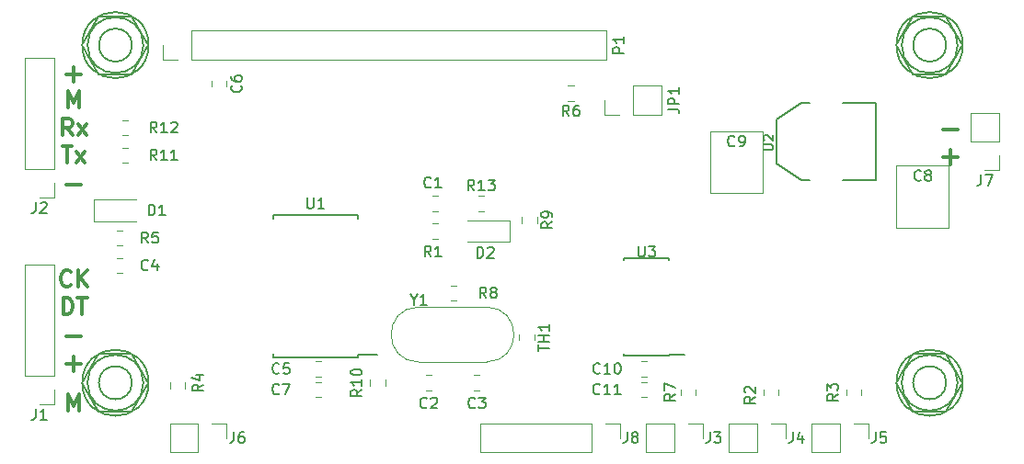
<source format=gbr>
G04 #@! TF.GenerationSoftware,KiCad,Pcbnew,(5.0.1)-4*
G04 #@! TF.CreationDate,2020-04-19T23:52:33+02:00*
G04 #@! TF.ProjectId,Freqmeter_16F18446,467265716D657465725F313646313834,R2*
G04 #@! TF.SameCoordinates,Original*
G04 #@! TF.FileFunction,Legend,Top*
G04 #@! TF.FilePolarity,Positive*
%FSLAX46Y46*%
G04 Gerber Fmt 4.6, Leading zero omitted, Abs format (unit mm)*
G04 Created by KiCad (PCBNEW (5.0.1)-4) date 19/04/2020 23:52:33*
%MOMM*%
%LPD*%
G01*
G04 APERTURE LIST*
%ADD10C,0.304800*%
%ADD11C,0.120000*%
%ADD12C,0.177800*%
%ADD13C,0.127000*%
%ADD14C,0.150000*%
G04 APERTURE END LIST*
D10*
X184742666Y-43307000D02*
X186097333Y-43307000D01*
X185420000Y-43984333D02*
X185420000Y-42629666D01*
X184742666Y-40767000D02*
X186097333Y-40767000D01*
X104266999Y-66729428D02*
X104266999Y-65205428D01*
X104774999Y-66294000D01*
X105282999Y-65205428D01*
X105282999Y-66729428D01*
X104097666Y-62357000D02*
X105452333Y-62357000D01*
X104774999Y-63034333D02*
X104774999Y-61679666D01*
X104097666Y-59817000D02*
X105452333Y-59817000D01*
X103795285Y-57839428D02*
X103795285Y-56315428D01*
X104158142Y-56315428D01*
X104375857Y-56388000D01*
X104520999Y-56533142D01*
X104593571Y-56678285D01*
X104666142Y-56968571D01*
X104666142Y-57186285D01*
X104593571Y-57476571D01*
X104520999Y-57621714D01*
X104375857Y-57766857D01*
X104158142Y-57839428D01*
X103795285Y-57839428D01*
X105101571Y-56315428D02*
X105972428Y-56315428D01*
X105536999Y-57839428D02*
X105536999Y-56315428D01*
X104484714Y-55154285D02*
X104412142Y-55226857D01*
X104194428Y-55299428D01*
X104049285Y-55299428D01*
X103831571Y-55226857D01*
X103686428Y-55081714D01*
X103613857Y-54936571D01*
X103541285Y-54646285D01*
X103541285Y-54428571D01*
X103613857Y-54138285D01*
X103686428Y-53993142D01*
X103831571Y-53848000D01*
X104049285Y-53775428D01*
X104194428Y-53775428D01*
X104412142Y-53848000D01*
X104484714Y-53920571D01*
X105137857Y-55299428D02*
X105137857Y-53775428D01*
X106008714Y-55299428D02*
X105355571Y-54428571D01*
X106008714Y-53775428D02*
X105137857Y-54646285D01*
X104097666Y-35687000D02*
X105452333Y-35687000D01*
X104774999Y-36364333D02*
X104774999Y-35009666D01*
X104266999Y-38789428D02*
X104266999Y-37265428D01*
X104774999Y-38354000D01*
X105282999Y-37265428D01*
X105282999Y-38789428D01*
X104629857Y-41329428D02*
X104121857Y-40603714D01*
X103758999Y-41329428D02*
X103758999Y-39805428D01*
X104339571Y-39805428D01*
X104484714Y-39878000D01*
X104557285Y-39950571D01*
X104629857Y-40095714D01*
X104629857Y-40313428D01*
X104557285Y-40458571D01*
X104484714Y-40531142D01*
X104339571Y-40603714D01*
X103758999Y-40603714D01*
X105137857Y-41329428D02*
X105936142Y-40313428D01*
X105137857Y-40313428D02*
X105936142Y-41329428D01*
X103722714Y-42345428D02*
X104593571Y-42345428D01*
X104158142Y-43869428D02*
X104158142Y-42345428D01*
X104956428Y-43869428D02*
X105754714Y-42853428D01*
X104956428Y-42853428D02*
X105754714Y-43869428D01*
X104097666Y-45847000D02*
X105452333Y-45847000D01*
D11*
G04 #@! TO.C,D1*
X106590000Y-47260000D02*
X106590000Y-49260000D01*
X106590000Y-49260000D02*
X110490000Y-49260000D01*
X106590000Y-47260000D02*
X110490000Y-47260000D01*
D12*
G04 #@! TO.C,U2*
X171704000Y-38354000D02*
X172466000Y-38354000D01*
X169418000Y-39878000D02*
X171704000Y-38354000D01*
X169418000Y-43942000D02*
X169418000Y-39878000D01*
X171704000Y-45466000D02*
X169418000Y-43942000D01*
X172466000Y-45466000D02*
X171704000Y-45466000D01*
X178562000Y-38354000D02*
X175514000Y-38354000D01*
X178562000Y-45466000D02*
X178562000Y-38354000D01*
X175514000Y-45466000D02*
X178562000Y-45466000D01*
D13*
G04 #@! TO.C,M3*
X185039000Y-64135000D02*
G75*
G03X185039000Y-64135000I-1524000J0D01*
G01*
X186086554Y-64135000D02*
G75*
G03X186086554Y-64135000I-2571554J0D01*
G01*
X185039000Y-61468000D02*
X181991000Y-61468000D01*
X181991000Y-61468000D02*
X180467000Y-64135000D01*
X180467000Y-64135000D02*
X181991000Y-66802000D01*
X181991000Y-66802000D02*
X185039000Y-66802000D01*
X185039000Y-66802000D02*
X186563000Y-64135000D01*
X186563000Y-64135000D02*
X185039000Y-61468000D01*
X186563000Y-64135000D02*
G75*
G03X186563000Y-64135000I-3048000J0D01*
G01*
X186563000Y-33020000D02*
G75*
G03X186563000Y-33020000I-3048000J0D01*
G01*
X186563000Y-33020000D02*
X185039000Y-30353000D01*
X185039000Y-35687000D02*
X186563000Y-33020000D01*
X181991000Y-35687000D02*
X185039000Y-35687000D01*
X180467000Y-33020000D02*
X181991000Y-35687000D01*
X181991000Y-30353000D02*
X180467000Y-33020000D01*
X185039000Y-30353000D02*
X181991000Y-30353000D01*
X186086554Y-33020000D02*
G75*
G03X186086554Y-33020000I-2571554J0D01*
G01*
X185039000Y-33020000D02*
G75*
G03X185039000Y-33020000I-1524000J0D01*
G01*
X110109000Y-33020000D02*
G75*
G03X110109000Y-33020000I-1524000J0D01*
G01*
X111156554Y-33020000D02*
G75*
G03X111156554Y-33020000I-2571554J0D01*
G01*
X110109000Y-30353000D02*
X107061000Y-30353000D01*
X107061000Y-30353000D02*
X105537000Y-33020000D01*
X105537000Y-33020000D02*
X107061000Y-35687000D01*
X107061000Y-35687000D02*
X110109000Y-35687000D01*
X110109000Y-35687000D02*
X111633000Y-33020000D01*
X111633000Y-33020000D02*
X110109000Y-30353000D01*
X111633000Y-33020000D02*
G75*
G03X111633000Y-33020000I-3048000J0D01*
G01*
D11*
G04 #@! TO.C,J1*
X102930000Y-66100000D02*
X101600000Y-66100000D01*
X102930000Y-64770000D02*
X102930000Y-66100000D01*
X102930000Y-63500000D02*
X100270000Y-63500000D01*
X100270000Y-63500000D02*
X100270000Y-53280000D01*
X102930000Y-63500000D02*
X102930000Y-53280000D01*
X102930000Y-53280000D02*
X100270000Y-53280000D01*
G04 #@! TO.C,R8*
X139438748Y-55170000D02*
X139961252Y-55170000D01*
X139438748Y-56590000D02*
X139961252Y-56590000D01*
G04 #@! TO.C,C1*
X138301252Y-46915000D02*
X137778748Y-46915000D01*
X138301252Y-48335000D02*
X137778748Y-48335000D01*
G04 #@! TO.C,C2*
X137666252Y-63425000D02*
X137143748Y-63425000D01*
X137666252Y-64845000D02*
X137143748Y-64845000D01*
G04 #@! TO.C,C3*
X141588748Y-63425000D02*
X142111252Y-63425000D01*
X141588748Y-64845000D02*
X142111252Y-64845000D01*
G04 #@! TO.C,C4*
X109236252Y-54050000D02*
X108713748Y-54050000D01*
X109236252Y-52630000D02*
X108713748Y-52630000D01*
G04 #@! TO.C,C5*
X126983748Y-63575000D02*
X127506252Y-63575000D01*
X126983748Y-62155000D02*
X127506252Y-62155000D01*
G04 #@! TO.C,C6*
X118820000Y-36323748D02*
X118820000Y-36846252D01*
X117400000Y-36323748D02*
X117400000Y-36846252D01*
G04 #@! TO.C,C7*
X126983748Y-64060000D02*
X127506252Y-64060000D01*
X126983748Y-65480000D02*
X127506252Y-65480000D01*
G04 #@! TO.C,J2*
X102930000Y-34230000D02*
X100270000Y-34230000D01*
X102930000Y-44450000D02*
X102930000Y-34230000D01*
X100270000Y-44450000D02*
X100270000Y-34230000D01*
X102930000Y-44450000D02*
X100270000Y-44450000D01*
X102930000Y-45720000D02*
X102930000Y-47050000D01*
X102930000Y-47050000D02*
X101600000Y-47050000D01*
G04 #@! TO.C,R1*
X137778748Y-50875000D02*
X138301252Y-50875000D01*
X137778748Y-49455000D02*
X138301252Y-49455000D01*
G04 #@! TO.C,R2*
X169620000Y-64753748D02*
X169620000Y-65276252D01*
X168200000Y-64753748D02*
X168200000Y-65276252D01*
G04 #@! TO.C,R3*
X177240000Y-64753748D02*
X177240000Y-65276252D01*
X175820000Y-64753748D02*
X175820000Y-65276252D01*
G04 #@! TO.C,R4*
X113590000Y-64118748D02*
X113590000Y-64641252D01*
X115010000Y-64118748D02*
X115010000Y-64641252D01*
G04 #@! TO.C,R5*
X108713748Y-50090000D02*
X109236252Y-50090000D01*
X108713748Y-51510000D02*
X109236252Y-51510000D01*
G04 #@! TO.C,R6*
X150756252Y-36755000D02*
X150233748Y-36755000D01*
X150756252Y-38175000D02*
X150233748Y-38175000D01*
G04 #@! TO.C,R7*
X162000000Y-65276252D02*
X162000000Y-64753748D01*
X160580000Y-65276252D02*
X160580000Y-64753748D01*
D14*
G04 #@! TO.C,U1*
X130875000Y-61820000D02*
X130875000Y-61570000D01*
X123125000Y-61820000D02*
X123125000Y-61485000D01*
X123125000Y-48670000D02*
X123125000Y-49005000D01*
X130875000Y-48670000D02*
X130875000Y-49005000D01*
X130875000Y-61820000D02*
X123125000Y-61820000D01*
X130875000Y-48670000D02*
X123125000Y-48670000D01*
X130875000Y-61570000D02*
X132675000Y-61570000D01*
D11*
G04 #@! TO.C,Y1*
X136485000Y-57165000D02*
X142735000Y-57165000D01*
X136485000Y-62215000D02*
X142735000Y-62215000D01*
X136485000Y-62215000D02*
G75*
G02X136485000Y-57165000I0J2525000D01*
G01*
X142735000Y-62215000D02*
G75*
G03X142735000Y-57165000I0J2525000D01*
G01*
G04 #@! TO.C,JP1*
X158810000Y-39430000D02*
X158810000Y-36770000D01*
X156210000Y-39430000D02*
X158810000Y-39430000D01*
X156210000Y-36770000D02*
X158810000Y-36770000D01*
X156210000Y-39430000D02*
X156210000Y-36770000D01*
X154940000Y-39430000D02*
X153610000Y-39430000D01*
X153610000Y-39430000D02*
X153610000Y-38100000D01*
G04 #@! TO.C,P1*
X153730000Y-34350000D02*
X153730000Y-31690000D01*
X115570000Y-34350000D02*
X153730000Y-34350000D01*
X115570000Y-31690000D02*
X153730000Y-31690000D01*
X115570000Y-34350000D02*
X115570000Y-31690000D01*
X114300000Y-34350000D02*
X112970000Y-34350000D01*
X112970000Y-34350000D02*
X112970000Y-33020000D01*
G04 #@! TO.C,J7*
X189925000Y-39310000D02*
X187265000Y-39310000D01*
X189925000Y-41910000D02*
X189925000Y-39310000D01*
X187265000Y-41910000D02*
X187265000Y-39310000D01*
X189925000Y-41910000D02*
X187265000Y-41910000D01*
X189925000Y-43180000D02*
X189925000Y-44510000D01*
X189925000Y-44510000D02*
X188595000Y-44510000D01*
G04 #@! TO.C,R9*
X145975000Y-48878748D02*
X145975000Y-49401252D01*
X147395000Y-48878748D02*
X147395000Y-49401252D01*
G04 #@! TO.C,TH1*
X147141000Y-59682748D02*
X147141000Y-60205252D01*
X145721000Y-59682748D02*
X145721000Y-60205252D01*
G04 #@! TO.C,C8*
X180440000Y-44120000D02*
X185280000Y-44120000D01*
X180440000Y-49860000D02*
X185280000Y-49860000D01*
X180440000Y-44120000D02*
X180440000Y-49860000D01*
X185280000Y-44120000D02*
X185280000Y-49860000D01*
G04 #@! TO.C,C9*
X168135000Y-40945000D02*
X168135000Y-46685000D01*
X163295000Y-40945000D02*
X163295000Y-46685000D01*
X163295000Y-46685000D02*
X168135000Y-46685000D01*
X163295000Y-40945000D02*
X168135000Y-40945000D01*
G04 #@! TO.C,J3*
X162620000Y-67885000D02*
X162620000Y-69215000D01*
X161290000Y-67885000D02*
X162620000Y-67885000D01*
X160020000Y-67885000D02*
X160020000Y-70545000D01*
X160020000Y-70545000D02*
X157420000Y-70545000D01*
X160020000Y-67885000D02*
X157420000Y-67885000D01*
X157420000Y-67885000D02*
X157420000Y-70545000D01*
G04 #@! TO.C,J4*
X165040000Y-67885000D02*
X165040000Y-70545000D01*
X167640000Y-67885000D02*
X165040000Y-67885000D01*
X167640000Y-70545000D02*
X165040000Y-70545000D01*
X167640000Y-67885000D02*
X167640000Y-70545000D01*
X168910000Y-67885000D02*
X170240000Y-67885000D01*
X170240000Y-67885000D02*
X170240000Y-69215000D01*
G04 #@! TO.C,J5*
X177860000Y-67885000D02*
X177860000Y-69215000D01*
X176530000Y-67885000D02*
X177860000Y-67885000D01*
X175260000Y-67885000D02*
X175260000Y-70545000D01*
X175260000Y-70545000D02*
X172660000Y-70545000D01*
X175260000Y-67885000D02*
X172660000Y-67885000D01*
X172660000Y-67885000D02*
X172660000Y-70545000D01*
G04 #@! TO.C,J6*
X113605000Y-67885000D02*
X113605000Y-70545000D01*
X116205000Y-67885000D02*
X113605000Y-67885000D01*
X116205000Y-70545000D02*
X113605000Y-70545000D01*
X116205000Y-67885000D02*
X116205000Y-70545000D01*
X117475000Y-67885000D02*
X118805000Y-67885000D01*
X118805000Y-67885000D02*
X118805000Y-69215000D01*
D13*
G04 #@! TO.C,M3*
X111633000Y-64135000D02*
G75*
G03X111633000Y-64135000I-3048000J0D01*
G01*
X111633000Y-64135000D02*
X110109000Y-61468000D01*
X110109000Y-66802000D02*
X111633000Y-64135000D01*
X107061000Y-66802000D02*
X110109000Y-66802000D01*
X105537000Y-64135000D02*
X107061000Y-66802000D01*
X107061000Y-61468000D02*
X105537000Y-64135000D01*
X110109000Y-61468000D02*
X107061000Y-61468000D01*
X111156554Y-64135000D02*
G75*
G03X111156554Y-64135000I-2571554J0D01*
G01*
X110109000Y-64135000D02*
G75*
G03X110109000Y-64135000I-1524000J0D01*
G01*
D11*
G04 #@! TO.C,C10*
X156973748Y-63575000D02*
X157496252Y-63575000D01*
X156973748Y-62155000D02*
X157496252Y-62155000D01*
G04 #@! TO.C,C11*
X156973748Y-64060000D02*
X157496252Y-64060000D01*
X156973748Y-65480000D02*
X157496252Y-65480000D01*
G04 #@! TO.C,J8*
X142180000Y-67885000D02*
X142180000Y-70545000D01*
X152400000Y-67885000D02*
X142180000Y-67885000D01*
X152400000Y-70545000D02*
X142180000Y-70545000D01*
X152400000Y-67885000D02*
X152400000Y-70545000D01*
X153670000Y-67885000D02*
X155000000Y-67885000D01*
X155000000Y-67885000D02*
X155000000Y-69215000D01*
D14*
G04 #@! TO.C,U3*
X159555000Y-61600000D02*
X159555000Y-61575000D01*
X155405000Y-61600000D02*
X155405000Y-61485000D01*
X155405000Y-52700000D02*
X155405000Y-52815000D01*
X159555000Y-52700000D02*
X159555000Y-52815000D01*
X159555000Y-61600000D02*
X155405000Y-61600000D01*
X159555000Y-52700000D02*
X155405000Y-52700000D01*
X159555000Y-61575000D02*
X160930000Y-61575000D01*
D11*
G04 #@! TO.C,D2*
X144870000Y-51165000D02*
X140970000Y-51165000D01*
X144870000Y-49165000D02*
X140970000Y-49165000D01*
X144870000Y-51165000D02*
X144870000Y-49165000D01*
G04 #@! TO.C,R10*
X132005000Y-64396252D02*
X132005000Y-63873748D01*
X133425000Y-64396252D02*
X133425000Y-63873748D01*
G04 #@! TO.C,R11*
X109203748Y-43890000D02*
X109726252Y-43890000D01*
X109203748Y-42470000D02*
X109726252Y-42470000D01*
G04 #@! TO.C,R12*
X109203748Y-39930000D02*
X109726252Y-39930000D01*
X109203748Y-41350000D02*
X109726252Y-41350000D01*
G04 #@! TO.C,R13*
X141978748Y-46915000D02*
X142501252Y-46915000D01*
X141978748Y-48335000D02*
X142501252Y-48335000D01*
G04 #@! TO.C,D1*
D14*
X111656904Y-48712380D02*
X111656904Y-47712380D01*
X111894999Y-47712380D01*
X112037857Y-47760000D01*
X112133095Y-47855238D01*
X112180714Y-47950476D01*
X112228333Y-48140952D01*
X112228333Y-48283809D01*
X112180714Y-48474285D01*
X112133095Y-48569523D01*
X112037857Y-48664761D01*
X111894999Y-48712380D01*
X111656904Y-48712380D01*
X113180714Y-48712380D02*
X112609285Y-48712380D01*
X112894999Y-48712380D02*
X112894999Y-47712380D01*
X112799761Y-47855238D01*
X112704523Y-47950476D01*
X112609285Y-47998095D01*
G04 #@! TO.C,U2*
D12*
X168203166Y-42687333D02*
X168922833Y-42687333D01*
X169007499Y-42645000D01*
X169049833Y-42602666D01*
X169092166Y-42518000D01*
X169092166Y-42348666D01*
X169049833Y-42264000D01*
X169007499Y-42221666D01*
X168922833Y-42179333D01*
X168203166Y-42179333D01*
X168287833Y-41798333D02*
X168245500Y-41756000D01*
X168203166Y-41671333D01*
X168203166Y-41459666D01*
X168245500Y-41375000D01*
X168287833Y-41332666D01*
X168372500Y-41290333D01*
X168457166Y-41290333D01*
X168584166Y-41332666D01*
X169092166Y-41840666D01*
X169092166Y-41290333D01*
G04 #@! TO.C,J1*
D14*
X101266666Y-66552380D02*
X101266666Y-67266666D01*
X101219047Y-67409523D01*
X101123809Y-67504761D01*
X100980952Y-67552380D01*
X100885714Y-67552380D01*
X102266666Y-67552380D02*
X101695238Y-67552380D01*
X101980952Y-67552380D02*
X101980952Y-66552380D01*
X101885714Y-66695238D01*
X101790476Y-66790476D01*
X101695238Y-66838095D01*
G04 #@! TO.C,R8*
X142708333Y-56332380D02*
X142374999Y-55856190D01*
X142136904Y-56332380D02*
X142136904Y-55332380D01*
X142517857Y-55332380D01*
X142613095Y-55380000D01*
X142660714Y-55427619D01*
X142708333Y-55522857D01*
X142708333Y-55665714D01*
X142660714Y-55760952D01*
X142613095Y-55808571D01*
X142517857Y-55856190D01*
X142136904Y-55856190D01*
X143279761Y-55760952D02*
X143184523Y-55713333D01*
X143136904Y-55665714D01*
X143089285Y-55570476D01*
X143089285Y-55522857D01*
X143136904Y-55427619D01*
X143184523Y-55380000D01*
X143279761Y-55332380D01*
X143470238Y-55332380D01*
X143565476Y-55380000D01*
X143613095Y-55427619D01*
X143660714Y-55522857D01*
X143660714Y-55570476D01*
X143613095Y-55665714D01*
X143565476Y-55713333D01*
X143470238Y-55760952D01*
X143279761Y-55760952D01*
X143184523Y-55808571D01*
X143136904Y-55856190D01*
X143089285Y-55951428D01*
X143089285Y-56141904D01*
X143136904Y-56237142D01*
X143184523Y-56284761D01*
X143279761Y-56332380D01*
X143470238Y-56332380D01*
X143565476Y-56284761D01*
X143613095Y-56237142D01*
X143660714Y-56141904D01*
X143660714Y-55951428D01*
X143613095Y-55856190D01*
X143565476Y-55808571D01*
X143470238Y-55760952D01*
G04 #@! TO.C,C1*
X137628333Y-46077142D02*
X137580714Y-46124761D01*
X137437857Y-46172380D01*
X137342619Y-46172380D01*
X137199761Y-46124761D01*
X137104523Y-46029523D01*
X137056904Y-45934285D01*
X137009285Y-45743809D01*
X137009285Y-45600952D01*
X137056904Y-45410476D01*
X137104523Y-45315238D01*
X137199761Y-45220000D01*
X137342619Y-45172380D01*
X137437857Y-45172380D01*
X137580714Y-45220000D01*
X137628333Y-45267619D01*
X138580714Y-46172380D02*
X138009285Y-46172380D01*
X138294999Y-46172380D02*
X138294999Y-45172380D01*
X138199761Y-45315238D01*
X138104523Y-45410476D01*
X138009285Y-45458095D01*
G04 #@! TO.C,C2*
X137238333Y-66397142D02*
X137190714Y-66444761D01*
X137047857Y-66492380D01*
X136952619Y-66492380D01*
X136809761Y-66444761D01*
X136714523Y-66349523D01*
X136666904Y-66254285D01*
X136619285Y-66063809D01*
X136619285Y-65920952D01*
X136666904Y-65730476D01*
X136714523Y-65635238D01*
X136809761Y-65540000D01*
X136952619Y-65492380D01*
X137047857Y-65492380D01*
X137190714Y-65540000D01*
X137238333Y-65587619D01*
X137619285Y-65587619D02*
X137666904Y-65540000D01*
X137762142Y-65492380D01*
X138000238Y-65492380D01*
X138095476Y-65540000D01*
X138143095Y-65587619D01*
X138190714Y-65682857D01*
X138190714Y-65778095D01*
X138143095Y-65920952D01*
X137571666Y-66492380D01*
X138190714Y-66492380D01*
G04 #@! TO.C,C3*
X141683333Y-66397142D02*
X141635714Y-66444761D01*
X141492857Y-66492380D01*
X141397619Y-66492380D01*
X141254761Y-66444761D01*
X141159523Y-66349523D01*
X141111904Y-66254285D01*
X141064285Y-66063809D01*
X141064285Y-65920952D01*
X141111904Y-65730476D01*
X141159523Y-65635238D01*
X141254761Y-65540000D01*
X141397619Y-65492380D01*
X141492857Y-65492380D01*
X141635714Y-65540000D01*
X141683333Y-65587619D01*
X142016666Y-65492380D02*
X142635714Y-65492380D01*
X142302380Y-65873333D01*
X142445238Y-65873333D01*
X142540476Y-65920952D01*
X142588095Y-65968571D01*
X142635714Y-66063809D01*
X142635714Y-66301904D01*
X142588095Y-66397142D01*
X142540476Y-66444761D01*
X142445238Y-66492380D01*
X142159523Y-66492380D01*
X142064285Y-66444761D01*
X142016666Y-66397142D01*
G04 #@! TO.C,C4*
X111593333Y-53697142D02*
X111545714Y-53744761D01*
X111402857Y-53792380D01*
X111307619Y-53792380D01*
X111164761Y-53744761D01*
X111069523Y-53649523D01*
X111021904Y-53554285D01*
X110974285Y-53363809D01*
X110974285Y-53220952D01*
X111021904Y-53030476D01*
X111069523Y-52935238D01*
X111164761Y-52840000D01*
X111307619Y-52792380D01*
X111402857Y-52792380D01*
X111545714Y-52840000D01*
X111593333Y-52887619D01*
X112450476Y-53125714D02*
X112450476Y-53792380D01*
X112212380Y-52744761D02*
X111974285Y-53459047D01*
X112593333Y-53459047D01*
G04 #@! TO.C,C5*
X123658333Y-63222142D02*
X123610714Y-63269761D01*
X123467857Y-63317380D01*
X123372619Y-63317380D01*
X123229761Y-63269761D01*
X123134523Y-63174523D01*
X123086904Y-63079285D01*
X123039285Y-62888809D01*
X123039285Y-62745952D01*
X123086904Y-62555476D01*
X123134523Y-62460238D01*
X123229761Y-62365000D01*
X123372619Y-62317380D01*
X123467857Y-62317380D01*
X123610714Y-62365000D01*
X123658333Y-62412619D01*
X124563095Y-62317380D02*
X124086904Y-62317380D01*
X124039285Y-62793571D01*
X124086904Y-62745952D01*
X124182142Y-62698333D01*
X124420238Y-62698333D01*
X124515476Y-62745952D01*
X124563095Y-62793571D01*
X124610714Y-62888809D01*
X124610714Y-63126904D01*
X124563095Y-63222142D01*
X124515476Y-63269761D01*
X124420238Y-63317380D01*
X124182142Y-63317380D01*
X124086904Y-63269761D01*
X124039285Y-63222142D01*
G04 #@! TO.C,C6*
X120117142Y-36751666D02*
X120164761Y-36799285D01*
X120212380Y-36942142D01*
X120212380Y-37037380D01*
X120164761Y-37180238D01*
X120069523Y-37275476D01*
X119974285Y-37323095D01*
X119783809Y-37370714D01*
X119640952Y-37370714D01*
X119450476Y-37323095D01*
X119355238Y-37275476D01*
X119259999Y-37180238D01*
X119212380Y-37037380D01*
X119212380Y-36942142D01*
X119259999Y-36799285D01*
X119307619Y-36751666D01*
X119212380Y-35894523D02*
X119212380Y-36085000D01*
X119260000Y-36180238D01*
X119307619Y-36227857D01*
X119450476Y-36323095D01*
X119640952Y-36370714D01*
X120021904Y-36370714D01*
X120117142Y-36323095D01*
X120164761Y-36275476D01*
X120212380Y-36180238D01*
X120212380Y-35989761D01*
X120164761Y-35894523D01*
X120117142Y-35846904D01*
X120021904Y-35799285D01*
X119783809Y-35799285D01*
X119688571Y-35846904D01*
X119640952Y-35894523D01*
X119593333Y-35989761D01*
X119593333Y-36180238D01*
X119640952Y-36275476D01*
X119688571Y-36323095D01*
X119783809Y-36370714D01*
G04 #@! TO.C,C7*
X123658333Y-65127142D02*
X123610714Y-65174761D01*
X123467857Y-65222380D01*
X123372619Y-65222380D01*
X123229761Y-65174761D01*
X123134523Y-65079523D01*
X123086904Y-64984285D01*
X123039285Y-64793809D01*
X123039285Y-64650952D01*
X123086904Y-64460476D01*
X123134523Y-64365238D01*
X123229761Y-64270000D01*
X123372619Y-64222380D01*
X123467857Y-64222380D01*
X123610714Y-64270000D01*
X123658333Y-64317619D01*
X123991666Y-64222380D02*
X124658333Y-64222380D01*
X124229761Y-65222380D01*
G04 #@! TO.C,J2*
X101266666Y-47502380D02*
X101266666Y-48216666D01*
X101219047Y-48359523D01*
X101123809Y-48454761D01*
X100980952Y-48502380D01*
X100885714Y-48502380D01*
X101695238Y-47597619D02*
X101742857Y-47550000D01*
X101838095Y-47502380D01*
X102076190Y-47502380D01*
X102171428Y-47550000D01*
X102219047Y-47597619D01*
X102266666Y-47692857D01*
X102266666Y-47788095D01*
X102219047Y-47930952D01*
X101647619Y-48502380D01*
X102266666Y-48502380D01*
G04 #@! TO.C,R1*
X137628333Y-52522380D02*
X137294999Y-52046190D01*
X137056904Y-52522380D02*
X137056904Y-51522380D01*
X137437857Y-51522380D01*
X137533095Y-51570000D01*
X137580714Y-51617619D01*
X137628333Y-51712857D01*
X137628333Y-51855714D01*
X137580714Y-51950952D01*
X137533095Y-51998571D01*
X137437857Y-52046190D01*
X137056904Y-52046190D01*
X138580714Y-52522380D02*
X138009285Y-52522380D01*
X138294999Y-52522380D02*
X138294999Y-51522380D01*
X138199761Y-51665238D01*
X138104523Y-51760476D01*
X138009285Y-51808095D01*
G04 #@! TO.C,R2*
X167457380Y-65426666D02*
X166981190Y-65760000D01*
X167457380Y-65998095D02*
X166457380Y-65998095D01*
X166457380Y-65617142D01*
X166504999Y-65521904D01*
X166552619Y-65474285D01*
X166647857Y-65426666D01*
X166790714Y-65426666D01*
X166885952Y-65474285D01*
X166933571Y-65521904D01*
X166981190Y-65617142D01*
X166981190Y-65998095D01*
X166552619Y-65045714D02*
X166505000Y-64998095D01*
X166457380Y-64902857D01*
X166457380Y-64664761D01*
X166505000Y-64569523D01*
X166552619Y-64521904D01*
X166647857Y-64474285D01*
X166743095Y-64474285D01*
X166885952Y-64521904D01*
X167457380Y-65093333D01*
X167457380Y-64474285D01*
G04 #@! TO.C,R3*
X175077380Y-65181666D02*
X174601190Y-65515000D01*
X175077380Y-65753095D02*
X174077380Y-65753095D01*
X174077380Y-65372142D01*
X174124999Y-65276904D01*
X174172619Y-65229285D01*
X174267857Y-65181666D01*
X174410714Y-65181666D01*
X174505952Y-65229285D01*
X174553571Y-65276904D01*
X174601190Y-65372142D01*
X174601190Y-65753095D01*
X174077380Y-64848333D02*
X174077380Y-64229285D01*
X174458333Y-64562619D01*
X174458333Y-64419761D01*
X174505952Y-64324523D01*
X174553571Y-64276904D01*
X174648809Y-64229285D01*
X174886904Y-64229285D01*
X174982142Y-64276904D01*
X175029761Y-64324523D01*
X175077380Y-64419761D01*
X175077380Y-64705476D01*
X175029761Y-64800714D01*
X174982142Y-64848333D01*
G04 #@! TO.C,R4*
X116657380Y-64301666D02*
X116181190Y-64635000D01*
X116657380Y-64873095D02*
X115657380Y-64873095D01*
X115657380Y-64492142D01*
X115704999Y-64396904D01*
X115752619Y-64349285D01*
X115847857Y-64301666D01*
X115990714Y-64301666D01*
X116085952Y-64349285D01*
X116133571Y-64396904D01*
X116181190Y-64492142D01*
X116181190Y-64873095D01*
X115990714Y-63444523D02*
X116657380Y-63444523D01*
X115609761Y-63682619D02*
X116324047Y-63920714D01*
X116324047Y-63301666D01*
G04 #@! TO.C,R5*
X111593333Y-51252380D02*
X111259999Y-50776190D01*
X111021904Y-51252380D02*
X111021904Y-50252380D01*
X111402857Y-50252380D01*
X111498095Y-50300000D01*
X111545714Y-50347619D01*
X111593333Y-50442857D01*
X111593333Y-50585714D01*
X111545714Y-50680952D01*
X111498095Y-50728571D01*
X111402857Y-50776190D01*
X111021904Y-50776190D01*
X112498095Y-50252380D02*
X112021904Y-50252380D01*
X111974285Y-50728571D01*
X112021904Y-50680952D01*
X112117142Y-50633333D01*
X112355238Y-50633333D01*
X112450476Y-50680952D01*
X112498095Y-50728571D01*
X112545714Y-50823809D01*
X112545714Y-51061904D01*
X112498095Y-51157142D01*
X112450476Y-51204761D01*
X112355238Y-51252380D01*
X112117142Y-51252380D01*
X112021904Y-51204761D01*
X111974285Y-51157142D01*
G04 #@! TO.C,R6*
X150328333Y-39567380D02*
X149994999Y-39091190D01*
X149756904Y-39567380D02*
X149756904Y-38567380D01*
X150137857Y-38567380D01*
X150233095Y-38615000D01*
X150280714Y-38662619D01*
X150328333Y-38757857D01*
X150328333Y-38900714D01*
X150280714Y-38995952D01*
X150233095Y-39043571D01*
X150137857Y-39091190D01*
X149756904Y-39091190D01*
X151185476Y-38567380D02*
X150994999Y-38567380D01*
X150899761Y-38615000D01*
X150852142Y-38662619D01*
X150756904Y-38805476D01*
X150709285Y-38995952D01*
X150709285Y-39376904D01*
X150756904Y-39472142D01*
X150804523Y-39519761D01*
X150899761Y-39567380D01*
X151090238Y-39567380D01*
X151185476Y-39519761D01*
X151233095Y-39472142D01*
X151280714Y-39376904D01*
X151280714Y-39138809D01*
X151233095Y-39043571D01*
X151185476Y-38995952D01*
X151090238Y-38948333D01*
X150899761Y-38948333D01*
X150804523Y-38995952D01*
X150756904Y-39043571D01*
X150709285Y-39138809D01*
G04 #@! TO.C,R7*
X160092380Y-65181666D02*
X159616190Y-65515000D01*
X160092380Y-65753095D02*
X159092380Y-65753095D01*
X159092380Y-65372142D01*
X159139999Y-65276904D01*
X159187619Y-65229285D01*
X159282857Y-65181666D01*
X159425714Y-65181666D01*
X159520952Y-65229285D01*
X159568571Y-65276904D01*
X159616190Y-65372142D01*
X159616190Y-65753095D01*
X159092380Y-64848333D02*
X159092380Y-64181666D01*
X160092380Y-64610238D01*
G04 #@! TO.C,U1*
X126238095Y-47077380D02*
X126238095Y-47886904D01*
X126285714Y-47982142D01*
X126333333Y-48029761D01*
X126428571Y-48077380D01*
X126619047Y-48077380D01*
X126714285Y-48029761D01*
X126761904Y-47982142D01*
X126809523Y-47886904D01*
X126809523Y-47077380D01*
X127809523Y-48077380D02*
X127238095Y-48077380D01*
X127523809Y-48077380D02*
X127523809Y-47077380D01*
X127428571Y-47220238D01*
X127333333Y-47315476D01*
X127238095Y-47363095D01*
G04 #@! TO.C,Y1*
X136048809Y-56491190D02*
X136048809Y-56967380D01*
X135715476Y-55967380D02*
X136048809Y-56491190D01*
X136382142Y-55967380D01*
X137239285Y-56967380D02*
X136667857Y-56967380D01*
X136953571Y-56967380D02*
X136953571Y-55967380D01*
X136858333Y-56110238D01*
X136763095Y-56205476D01*
X136667857Y-56253095D01*
G04 #@! TO.C,JP1*
X159472380Y-38933333D02*
X160186666Y-38933333D01*
X160329523Y-38980952D01*
X160424761Y-39076190D01*
X160472380Y-39219047D01*
X160472380Y-39314285D01*
X160472380Y-38457142D02*
X159472380Y-38457142D01*
X159472380Y-38076190D01*
X159520000Y-37980952D01*
X159567619Y-37933333D01*
X159662857Y-37885714D01*
X159805714Y-37885714D01*
X159900952Y-37933333D01*
X159948571Y-37980952D01*
X159996190Y-38076190D01*
X159996190Y-38457142D01*
X160472380Y-36933333D02*
X160472380Y-37504761D01*
X160472380Y-37219047D02*
X159472380Y-37219047D01*
X159615238Y-37314285D01*
X159710476Y-37409523D01*
X159758095Y-37504761D01*
G04 #@! TO.C,P1*
X155392380Y-33758095D02*
X154392380Y-33758095D01*
X154392380Y-33377142D01*
X154439999Y-33281904D01*
X154487619Y-33234285D01*
X154582857Y-33186666D01*
X154725714Y-33186666D01*
X154820952Y-33234285D01*
X154868571Y-33281904D01*
X154916190Y-33377142D01*
X154916190Y-33758095D01*
X155392380Y-32234285D02*
X155392380Y-32805714D01*
X155392380Y-32520000D02*
X154392380Y-32520000D01*
X154535238Y-32615238D01*
X154630476Y-32710476D01*
X154678095Y-32805714D01*
G04 #@! TO.C,J7*
X188261666Y-44962380D02*
X188261666Y-45676666D01*
X188214047Y-45819523D01*
X188118809Y-45914761D01*
X187975952Y-45962380D01*
X187880714Y-45962380D01*
X188642619Y-44962380D02*
X189309285Y-44962380D01*
X188880714Y-45962380D01*
G04 #@! TO.C,R9*
X148787380Y-49306666D02*
X148311190Y-49640000D01*
X148787380Y-49878095D02*
X147787380Y-49878095D01*
X147787380Y-49497142D01*
X147834999Y-49401904D01*
X147882619Y-49354285D01*
X147977857Y-49306666D01*
X148120714Y-49306666D01*
X148215952Y-49354285D01*
X148263571Y-49401904D01*
X148311190Y-49497142D01*
X148311190Y-49878095D01*
X148787380Y-48830476D02*
X148787380Y-48640000D01*
X148739761Y-48544761D01*
X148692142Y-48497142D01*
X148549285Y-48401904D01*
X148358809Y-48354285D01*
X147977857Y-48354285D01*
X147882619Y-48401904D01*
X147835000Y-48449523D01*
X147787380Y-48544761D01*
X147787380Y-48735238D01*
X147835000Y-48830476D01*
X147882619Y-48878095D01*
X147977857Y-48925714D01*
X148215952Y-48925714D01*
X148311190Y-48878095D01*
X148358809Y-48830476D01*
X148406428Y-48735238D01*
X148406428Y-48544761D01*
X148358809Y-48449523D01*
X148311190Y-48401904D01*
X148215952Y-48354285D01*
G04 #@! TO.C,TH1*
X147533380Y-61229714D02*
X147533380Y-60658285D01*
X148533380Y-60944000D02*
X147533380Y-60944000D01*
X148533380Y-60324952D02*
X147533380Y-60324952D01*
X148009571Y-60324952D02*
X148009571Y-59753523D01*
X148533380Y-59753523D02*
X147533380Y-59753523D01*
X148533380Y-58753523D02*
X148533380Y-59324952D01*
X148533380Y-59039238D02*
X147533380Y-59039238D01*
X147676238Y-59134476D01*
X147771476Y-59229714D01*
X147819095Y-59324952D01*
G04 #@! TO.C,C8*
X182713333Y-45442142D02*
X182665714Y-45489761D01*
X182522857Y-45537380D01*
X182427619Y-45537380D01*
X182284761Y-45489761D01*
X182189523Y-45394523D01*
X182141904Y-45299285D01*
X182094285Y-45108809D01*
X182094285Y-44965952D01*
X182141904Y-44775476D01*
X182189523Y-44680238D01*
X182284761Y-44585000D01*
X182427619Y-44537380D01*
X182522857Y-44537380D01*
X182665714Y-44585000D01*
X182713333Y-44632619D01*
X183284761Y-44965952D02*
X183189523Y-44918333D01*
X183141904Y-44870714D01*
X183094285Y-44775476D01*
X183094285Y-44727857D01*
X183141904Y-44632619D01*
X183189523Y-44585000D01*
X183284761Y-44537380D01*
X183475238Y-44537380D01*
X183570476Y-44585000D01*
X183618095Y-44632619D01*
X183665714Y-44727857D01*
X183665714Y-44775476D01*
X183618095Y-44870714D01*
X183570476Y-44918333D01*
X183475238Y-44965952D01*
X183284761Y-44965952D01*
X183189523Y-45013571D01*
X183141904Y-45061190D01*
X183094285Y-45156428D01*
X183094285Y-45346904D01*
X183141904Y-45442142D01*
X183189523Y-45489761D01*
X183284761Y-45537380D01*
X183475238Y-45537380D01*
X183570476Y-45489761D01*
X183618095Y-45442142D01*
X183665714Y-45346904D01*
X183665714Y-45156428D01*
X183618095Y-45061190D01*
X183570476Y-45013571D01*
X183475238Y-44965952D01*
G04 #@! TO.C,C9*
X165568333Y-42267142D02*
X165520714Y-42314761D01*
X165377857Y-42362380D01*
X165282619Y-42362380D01*
X165139761Y-42314761D01*
X165044523Y-42219523D01*
X164996904Y-42124285D01*
X164949285Y-41933809D01*
X164949285Y-41790952D01*
X164996904Y-41600476D01*
X165044523Y-41505238D01*
X165139761Y-41410000D01*
X165282619Y-41362380D01*
X165377857Y-41362380D01*
X165520714Y-41410000D01*
X165568333Y-41457619D01*
X166044523Y-42362380D02*
X166234999Y-42362380D01*
X166330238Y-42314761D01*
X166377857Y-42267142D01*
X166473095Y-42124285D01*
X166520714Y-41933809D01*
X166520714Y-41552857D01*
X166473095Y-41457619D01*
X166425476Y-41410000D01*
X166330238Y-41362380D01*
X166139761Y-41362380D01*
X166044523Y-41410000D01*
X165996904Y-41457619D01*
X165949285Y-41552857D01*
X165949285Y-41790952D01*
X165996904Y-41886190D01*
X166044523Y-41933809D01*
X166139761Y-41981428D01*
X166330238Y-41981428D01*
X166425476Y-41933809D01*
X166473095Y-41886190D01*
X166520714Y-41790952D01*
G04 #@! TO.C,J3*
X163286666Y-68667380D02*
X163286666Y-69381666D01*
X163239047Y-69524523D01*
X163143809Y-69619761D01*
X163000952Y-69667380D01*
X162905714Y-69667380D01*
X163667619Y-68667380D02*
X164286666Y-68667380D01*
X163953333Y-69048333D01*
X164096190Y-69048333D01*
X164191428Y-69095952D01*
X164239047Y-69143571D01*
X164286666Y-69238809D01*
X164286666Y-69476904D01*
X164239047Y-69572142D01*
X164191428Y-69619761D01*
X164096190Y-69667380D01*
X163810476Y-69667380D01*
X163715238Y-69619761D01*
X163667619Y-69572142D01*
G04 #@! TO.C,J4*
X170906666Y-68667380D02*
X170906666Y-69381666D01*
X170859047Y-69524523D01*
X170763809Y-69619761D01*
X170620952Y-69667380D01*
X170525714Y-69667380D01*
X171811428Y-69000714D02*
X171811428Y-69667380D01*
X171573333Y-68619761D02*
X171335238Y-69334047D01*
X171954285Y-69334047D01*
G04 #@! TO.C,J5*
X178526666Y-68667380D02*
X178526666Y-69381666D01*
X178479047Y-69524523D01*
X178383809Y-69619761D01*
X178240952Y-69667380D01*
X178145714Y-69667380D01*
X179479047Y-68667380D02*
X179002857Y-68667380D01*
X178955238Y-69143571D01*
X179002857Y-69095952D01*
X179098095Y-69048333D01*
X179336190Y-69048333D01*
X179431428Y-69095952D01*
X179479047Y-69143571D01*
X179526666Y-69238809D01*
X179526666Y-69476904D01*
X179479047Y-69572142D01*
X179431428Y-69619761D01*
X179336190Y-69667380D01*
X179098095Y-69667380D01*
X179002857Y-69619761D01*
X178955238Y-69572142D01*
G04 #@! TO.C,J6*
X119471666Y-68667380D02*
X119471666Y-69381666D01*
X119424047Y-69524523D01*
X119328809Y-69619761D01*
X119185952Y-69667380D01*
X119090714Y-69667380D01*
X120376428Y-68667380D02*
X120185952Y-68667380D01*
X120090714Y-68715000D01*
X120043095Y-68762619D01*
X119947857Y-68905476D01*
X119900238Y-69095952D01*
X119900238Y-69476904D01*
X119947857Y-69572142D01*
X119995476Y-69619761D01*
X120090714Y-69667380D01*
X120281190Y-69667380D01*
X120376428Y-69619761D01*
X120424047Y-69572142D01*
X120471666Y-69476904D01*
X120471666Y-69238809D01*
X120424047Y-69143571D01*
X120376428Y-69095952D01*
X120281190Y-69048333D01*
X120090714Y-69048333D01*
X119995476Y-69095952D01*
X119947857Y-69143571D01*
X119900238Y-69238809D01*
G04 #@! TO.C,C10*
X153172142Y-63222142D02*
X153124523Y-63269761D01*
X152981666Y-63317380D01*
X152886428Y-63317380D01*
X152743571Y-63269761D01*
X152648333Y-63174523D01*
X152600714Y-63079285D01*
X152553095Y-62888809D01*
X152553095Y-62745952D01*
X152600714Y-62555476D01*
X152648333Y-62460238D01*
X152743571Y-62365000D01*
X152886428Y-62317380D01*
X152981666Y-62317380D01*
X153124523Y-62365000D01*
X153172142Y-62412619D01*
X154124523Y-63317380D02*
X153553095Y-63317380D01*
X153838809Y-63317380D02*
X153838809Y-62317380D01*
X153743571Y-62460238D01*
X153648333Y-62555476D01*
X153553095Y-62603095D01*
X154743571Y-62317380D02*
X154838809Y-62317380D01*
X154934047Y-62365000D01*
X154981666Y-62412619D01*
X155029285Y-62507857D01*
X155076904Y-62698333D01*
X155076904Y-62936428D01*
X155029285Y-63126904D01*
X154981666Y-63222142D01*
X154934047Y-63269761D01*
X154838809Y-63317380D01*
X154743571Y-63317380D01*
X154648333Y-63269761D01*
X154600714Y-63222142D01*
X154553095Y-63126904D01*
X154505476Y-62936428D01*
X154505476Y-62698333D01*
X154553095Y-62507857D01*
X154600714Y-62412619D01*
X154648333Y-62365000D01*
X154743571Y-62317380D01*
G04 #@! TO.C,C11*
X153172142Y-65127142D02*
X153124523Y-65174761D01*
X152981666Y-65222380D01*
X152886428Y-65222380D01*
X152743571Y-65174761D01*
X152648333Y-65079523D01*
X152600714Y-64984285D01*
X152553095Y-64793809D01*
X152553095Y-64650952D01*
X152600714Y-64460476D01*
X152648333Y-64365238D01*
X152743571Y-64270000D01*
X152886428Y-64222380D01*
X152981666Y-64222380D01*
X153124523Y-64270000D01*
X153172142Y-64317619D01*
X154124523Y-65222380D02*
X153553095Y-65222380D01*
X153838809Y-65222380D02*
X153838809Y-64222380D01*
X153743571Y-64365238D01*
X153648333Y-64460476D01*
X153553095Y-64508095D01*
X155076904Y-65222380D02*
X154505476Y-65222380D01*
X154791190Y-65222380D02*
X154791190Y-64222380D01*
X154695952Y-64365238D01*
X154600714Y-64460476D01*
X154505476Y-64508095D01*
G04 #@! TO.C,J8*
X155666666Y-68667380D02*
X155666666Y-69381666D01*
X155619047Y-69524523D01*
X155523809Y-69619761D01*
X155380952Y-69667380D01*
X155285714Y-69667380D01*
X156285714Y-69095952D02*
X156190476Y-69048333D01*
X156142857Y-69000714D01*
X156095238Y-68905476D01*
X156095238Y-68857857D01*
X156142857Y-68762619D01*
X156190476Y-68715000D01*
X156285714Y-68667380D01*
X156476190Y-68667380D01*
X156571428Y-68715000D01*
X156619047Y-68762619D01*
X156666666Y-68857857D01*
X156666666Y-68905476D01*
X156619047Y-69000714D01*
X156571428Y-69048333D01*
X156476190Y-69095952D01*
X156285714Y-69095952D01*
X156190476Y-69143571D01*
X156142857Y-69191190D01*
X156095238Y-69286428D01*
X156095238Y-69476904D01*
X156142857Y-69572142D01*
X156190476Y-69619761D01*
X156285714Y-69667380D01*
X156476190Y-69667380D01*
X156571428Y-69619761D01*
X156619047Y-69572142D01*
X156666666Y-69476904D01*
X156666666Y-69286428D01*
X156619047Y-69191190D01*
X156571428Y-69143571D01*
X156476190Y-69095952D01*
G04 #@! TO.C,U3*
X156718095Y-51522380D02*
X156718095Y-52331904D01*
X156765714Y-52427142D01*
X156813333Y-52474761D01*
X156908571Y-52522380D01*
X157099047Y-52522380D01*
X157194285Y-52474761D01*
X157241904Y-52427142D01*
X157289523Y-52331904D01*
X157289523Y-51522380D01*
X157670476Y-51522380D02*
X158289523Y-51522380D01*
X157956190Y-51903333D01*
X158099047Y-51903333D01*
X158194285Y-51950952D01*
X158241904Y-51998571D01*
X158289523Y-52093809D01*
X158289523Y-52331904D01*
X158241904Y-52427142D01*
X158194285Y-52474761D01*
X158099047Y-52522380D01*
X157813333Y-52522380D01*
X157718095Y-52474761D01*
X157670476Y-52427142D01*
G04 #@! TO.C,D2*
X141881904Y-52617380D02*
X141881904Y-51617380D01*
X142119999Y-51617380D01*
X142262857Y-51665000D01*
X142358095Y-51760238D01*
X142405714Y-51855476D01*
X142453333Y-52045952D01*
X142453333Y-52188809D01*
X142405714Y-52379285D01*
X142358095Y-52474523D01*
X142262857Y-52569761D01*
X142119999Y-52617380D01*
X141881904Y-52617380D01*
X142834285Y-51712619D02*
X142881904Y-51665000D01*
X142977142Y-51617380D01*
X143215238Y-51617380D01*
X143310476Y-51665000D01*
X143358095Y-51712619D01*
X143405714Y-51807857D01*
X143405714Y-51903095D01*
X143358095Y-52045952D01*
X142786666Y-52617380D01*
X143405714Y-52617380D01*
G04 #@! TO.C,R10*
X131262380Y-64777857D02*
X130786190Y-65111190D01*
X131262380Y-65349285D02*
X130262380Y-65349285D01*
X130262380Y-64968333D01*
X130309999Y-64873095D01*
X130357619Y-64825476D01*
X130452857Y-64777857D01*
X130595714Y-64777857D01*
X130690952Y-64825476D01*
X130738571Y-64873095D01*
X130786190Y-64968333D01*
X130786190Y-65349285D01*
X131262380Y-63825476D02*
X131262380Y-64396904D01*
X131262380Y-64111190D02*
X130262380Y-64111190D01*
X130405238Y-64206428D01*
X130500476Y-64301666D01*
X130548095Y-64396904D01*
X130262380Y-63206428D02*
X130262380Y-63111190D01*
X130310000Y-63015952D01*
X130357619Y-62968333D01*
X130452857Y-62920714D01*
X130643333Y-62873095D01*
X130881428Y-62873095D01*
X131071904Y-62920714D01*
X131167142Y-62968333D01*
X131214761Y-63015952D01*
X131262380Y-63111190D01*
X131262380Y-63206428D01*
X131214761Y-63301666D01*
X131167142Y-63349285D01*
X131071904Y-63396904D01*
X130881428Y-63444523D01*
X130643333Y-63444523D01*
X130452857Y-63396904D01*
X130357619Y-63349285D01*
X130310000Y-63301666D01*
X130262380Y-63206428D01*
G04 #@! TO.C,R11*
X112387142Y-43632380D02*
X112053809Y-43156190D01*
X111815714Y-43632380D02*
X111815714Y-42632380D01*
X112196666Y-42632380D01*
X112291904Y-42680000D01*
X112339523Y-42727619D01*
X112387142Y-42822857D01*
X112387142Y-42965714D01*
X112339523Y-43060952D01*
X112291904Y-43108571D01*
X112196666Y-43156190D01*
X111815714Y-43156190D01*
X113339523Y-43632380D02*
X112768095Y-43632380D01*
X113053809Y-43632380D02*
X113053809Y-42632380D01*
X112958571Y-42775238D01*
X112863333Y-42870476D01*
X112768095Y-42918095D01*
X114291904Y-43632380D02*
X113720476Y-43632380D01*
X114006190Y-43632380D02*
X114006190Y-42632380D01*
X113910952Y-42775238D01*
X113815714Y-42870476D01*
X113720476Y-42918095D01*
G04 #@! TO.C,R12*
X112387142Y-41092380D02*
X112053809Y-40616190D01*
X111815714Y-41092380D02*
X111815714Y-40092380D01*
X112196666Y-40092380D01*
X112291904Y-40140000D01*
X112339523Y-40187619D01*
X112387142Y-40282857D01*
X112387142Y-40425714D01*
X112339523Y-40520952D01*
X112291904Y-40568571D01*
X112196666Y-40616190D01*
X111815714Y-40616190D01*
X113339523Y-41092380D02*
X112768095Y-41092380D01*
X113053809Y-41092380D02*
X113053809Y-40092380D01*
X112958571Y-40235238D01*
X112863333Y-40330476D01*
X112768095Y-40378095D01*
X113720476Y-40187619D02*
X113768095Y-40140000D01*
X113863333Y-40092380D01*
X114101428Y-40092380D01*
X114196666Y-40140000D01*
X114244285Y-40187619D01*
X114291904Y-40282857D01*
X114291904Y-40378095D01*
X114244285Y-40520952D01*
X113672857Y-41092380D01*
X114291904Y-41092380D01*
G04 #@! TO.C,R13*
X141597142Y-46427380D02*
X141263809Y-45951190D01*
X141025714Y-46427380D02*
X141025714Y-45427380D01*
X141406666Y-45427380D01*
X141501904Y-45475000D01*
X141549523Y-45522619D01*
X141597142Y-45617857D01*
X141597142Y-45760714D01*
X141549523Y-45855952D01*
X141501904Y-45903571D01*
X141406666Y-45951190D01*
X141025714Y-45951190D01*
X142549523Y-46427380D02*
X141978095Y-46427380D01*
X142263809Y-46427380D02*
X142263809Y-45427380D01*
X142168571Y-45570238D01*
X142073333Y-45665476D01*
X141978095Y-45713095D01*
X142882857Y-45427380D02*
X143501904Y-45427380D01*
X143168571Y-45808333D01*
X143311428Y-45808333D01*
X143406666Y-45855952D01*
X143454285Y-45903571D01*
X143501904Y-45998809D01*
X143501904Y-46236904D01*
X143454285Y-46332142D01*
X143406666Y-46379761D01*
X143311428Y-46427380D01*
X143025714Y-46427380D01*
X142930476Y-46379761D01*
X142882857Y-46332142D01*
G04 #@! TD*
M02*

</source>
